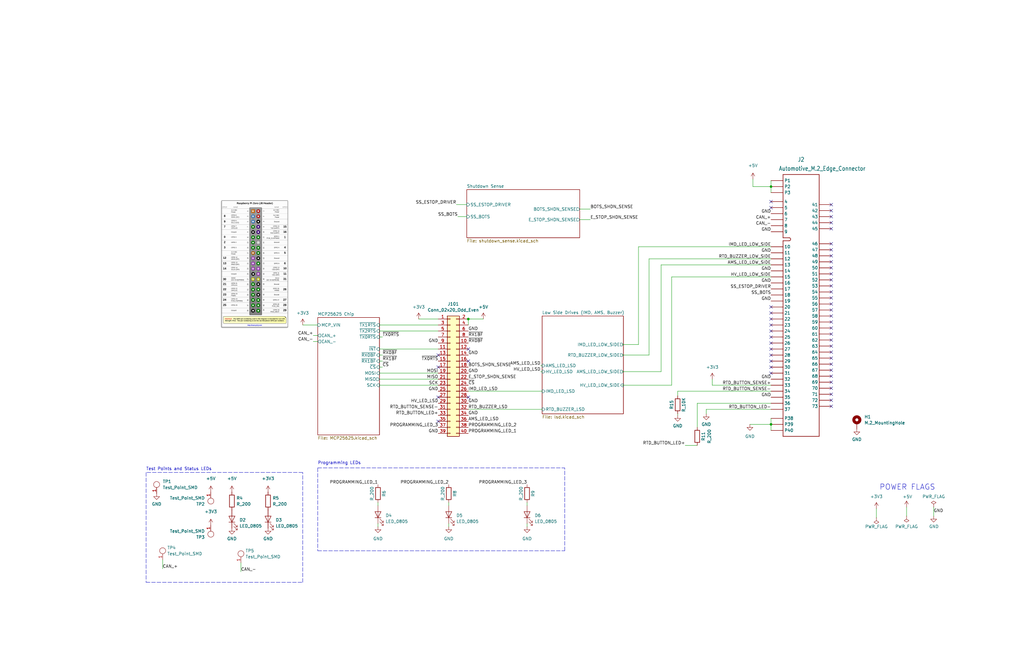
<source format=kicad_sch>
(kicad_sch (version 20211123) (generator eeschema)
  (paper "B")
  (title_block (title "OEM Pi Hat Dashboard Schematic") (date "2022-11-06") (rev "1") (company "Olin Electric Motorsports") (comment 1 "Amanda Chang"))
  (lib_symbols
    (symbol "Connector_Generic:Conn_02x20_Odd_Even" (pin_names (offset 1.016) hide)
      (property "Reference" "J" (at 1.27 25.4 0))
      (property "Value" "Conn_02x20_Odd_Even" (at 1.27 -27.94 0))
      (symbol "Conn_02x20_Odd_Even_1_1"
        (rectangle (start -1.27 -25.273) (end 0 -25.527) (stroke (width 0.1524)))
        (rectangle (start -1.27 -22.733) (end 0 -22.987) (stroke (width 0.1524)))
        (rectangle (start -1.27 -20.193) (end 0 -20.447) (stroke (width 0.1524)))
        (rectangle (start -1.27 -17.653) (end 0 -17.907) (stroke (width 0.1524)))
        (rectangle (start -1.27 -15.113) (end 0 -15.367) (stroke (width 0.1524)))
        (rectangle (start -1.27 -12.573) (end 0 -12.827) (stroke (width 0.1524)))
        (rectangle (start -1.27 -10.033) (end 0 -10.287) (stroke (width 0.1524)))
        (rectangle (start -1.27 -7.493) (end 0 -7.747) (stroke (width 0.1524)))
        (rectangle (start -1.27 -4.953) (end 0 -5.207) (stroke (width 0.1524)))
        (rectangle (start -1.27 -2.413) (end 0 -2.667) (stroke (width 0.1524)))
        (rectangle (start -1.27 0.127) (end 0 -0.127) (stroke (width 0.1524)))
        (rectangle (start -1.27 2.667) (end 0 2.413) (stroke (width 0.1524)))
        (rectangle (start -1.27 5.207) (end 0 4.953) (stroke (width 0.1524)))
        (rectangle (start -1.27 7.747) (end 0 7.493) (stroke (width 0.1524)))
        (rectangle (start -1.27 10.287) (end 0 10.033) (stroke (width 0.1524)))
        (rectangle (start -1.27 12.827) (end 0 12.573) (stroke (width 0.1524)))
        (rectangle (start -1.27 15.367) (end 0 15.113) (stroke (width 0.1524)))
        (rectangle (start -1.27 17.907) (end 0 17.653) (stroke (width 0.1524)))
        (rectangle (start -1.27 20.447) (end 0 20.193) (stroke (width 0.1524)))
        (rectangle (start -1.27 22.987) (end 0 22.733) (stroke (width 0.1524)))
        (rectangle (start -1.27 24.13) (end 3.81 -26.67) (stroke (width 0.254)) (fill (type background)))
        (rectangle (start 3.81 -25.273) (end 2.54 -25.527) (stroke (width 0.1524)))
        (rectangle (start 3.81 -22.733) (end 2.54 -22.987) (stroke (width 0.1524)))
        (rectangle (start 3.81 -20.193) (end 2.54 -20.447) (stroke (width 0.1524)))
        (rectangle (start 3.81 -17.653) (end 2.54 -17.907) (stroke (width 0.1524)))
        (rectangle (start 3.81 -15.113) (end 2.54 -15.367) (stroke (width 0.1524)))
        (rectangle (start 3.81 -12.573) (end 2.54 -12.827) (stroke (width 0.1524)))
        (rectangle (start 3.81 -10.033) (end 2.54 -10.287) (stroke (width 0.1524)))
        (rectangle (start 3.81 -7.493) (end 2.54 -7.747) (stroke (width 0.1524)))
        (rectangle (start 3.81 -4.953) (end 2.54 -5.207) (stroke (width 0.1524)))
        (rectangle (start 3.81 -2.413) (end 2.54 -2.667) (stroke (width 0.1524)))
        (rectangle (start 3.81 0.127) (end 2.54 -0.127) (stroke (width 0.1524)))
        (rectangle (start 3.81 2.667) (end 2.54 2.413) (stroke (width 0.1524)))
        (rectangle (start 3.81 5.207) (end 2.54 4.953) (stroke (width 0.1524)))
        (rectangle (start 3.81 7.747) (end 2.54 7.493) (stroke (width 0.1524)))
        (rectangle (start 3.81 10.287) (end 2.54 10.033) (stroke (width 0.1524)))
        (rectangle (start 3.81 12.827) (end 2.54 12.573) (stroke (width 0.1524)))
        (rectangle (start 3.81 15.367) (end 2.54 15.113) (stroke (width 0.1524)))
        (rectangle (start 3.81 17.907) (end 2.54 17.653) (stroke (width 0.1524)))
        (rectangle (start 3.81 20.447) (end 2.54 20.193) (stroke (width 0.1524)))
        (rectangle (start 3.81 22.987) (end 2.54 22.733) (stroke (width 0.1524)))
        (pin passive line (at -5.08 22.86 0) (length 3.81) (name "Pin_1") (number "1"))
        (pin passive line (at 7.62 12.7 180) (length 3.81) (name "Pin_10") (number "10"))
        (pin passive line (at -5.08 10.16 0) (length 3.81) (name "Pin_11") (number "11"))
        (pin passive line (at 7.62 10.16 180) (length 3.81) (name "Pin_12") (number "12"))
        (pin passive line (at -5.08 7.62 0) (length 3.81) (name "Pin_13") (number "13"))
        (pin passive line (at 7.62 7.62 180) (length 3.81) (name "Pin_14") (number "14"))
        (pin passive line (at -5.08 5.08 0) (length 3.81) (name "Pin_15") (number "15"))
        (pin passive line (at 7.62 5.08 180) (length 3.81) (name "Pin_16") (number "16"))
        (pin passive line (at -5.08 2.54 0) (length 3.81) (name "Pin_17") (number "17"))
        (pin passive line (at 7.62 2.54 180) (length 3.81) (name "Pin_18") (number "18"))
        (pin passive line (at -5.08 0 0) (length 3.81) (name "Pin_19") (number "19"))
        (pin passive line (at 7.62 22.86 180) (length 3.81) (name "Pin_2") (number "2"))
        (pin passive line (at 7.62 0 180) (length 3.81) (name "Pin_20") (number "20"))
        (pin passive line (at -5.08 -2.54 0) (length 3.81) (name "Pin_21") (number "21"))
        (pin passive line (at 7.62 -2.54 180) (length 3.81) (name "Pin_22") (number "22"))
        (pin passive line (at -5.08 -5.08 0) (length 3.81) (name "Pin_23") (number "23"))
        (pin passive line (at 7.62 -5.08 180) (length 3.81) (name "Pin_24") (number "24"))
        (pin passive line (at -5.08 -7.62 0) (length 3.81) (name "Pin_25") (number "25"))
        (pin passive line (at 7.62 -7.62 180) (length 3.81) (name "Pin_26") (number "26"))
        (pin passive line (at -5.08 -10.16 0) (length 3.81) (name "Pin_27") (number "27"))
        (pin passive line (at 7.62 -10.16 180) (length 3.81) (name "Pin_28") (number "28"))
        (pin passive line (at -5.08 -12.7 0) (length 3.81) (name "Pin_29") (number "29"))
        (pin passive line (at -5.08 20.32 0) (length 3.81) (name "Pin_3") (number "3"))
        (pin passive line (at 7.62 -12.7 180) (length 3.81) (name "Pin_30") (number "30"))
        (pin passive line (at -5.08 -15.24 0) (length 3.81) (name "Pin_31") (number "31"))
        (pin passive line (at 7.62 -15.24 180) (length 3.81) (name "Pin_32") (number "32"))
        (pin passive line (at -5.08 -17.78 0) (length 3.81) (name "Pin_33") (number "33"))
        (pin passive line (at 7.62 -17.78 180) (length 3.81) (name "Pin_34") (number "34"))
        (pin passive line (at -5.08 -20.32 0) (length 3.81) (name "Pin_35") (number "35"))
        (pin passive line (at 7.62 -20.32 180) (length 3.81) (name "Pin_36") (number "36"))
        (pin passive line (at -5.08 -22.86 0) (length 3.81) (name "Pin_37") (number "37"))
        (pin passive line (at 7.62 -22.86 180) (length 3.81) (name "Pin_38") (number "38"))
        (pin passive line (at -5.08 -25.4 0) (length 3.81) (name "Pin_39") (number "39"))
        (pin passive line (at 7.62 20.32 180) (length 3.81) (name "Pin_4") (number "4"))
        (pin passive line (at 7.62 -25.4 180) (length 3.81) (name "Pin_40") (number "40"))
        (pin passive line (at -5.08 17.78 0) (length 3.81) (name "Pin_5") (number "5"))
        (pin passive line (at 7.62 17.78 180) (length 3.81) (name "Pin_6") (number "6"))
        (pin passive line (at -5.08 15.24 0) (length 3.81) (name "Pin_7") (number "7"))
        (pin passive line (at 7.62 15.24 180) (length 3.81) (name "Pin_8") (number "8"))
        (pin passive line (at -5.08 12.7 0) (length 3.81) (name "Pin_9") (number "9"))
      )
    )
    (symbol "formula:Automotive_M.2_Edge_Connector"
      (property "Reference" "J?" (at 1.27 49.53 0))
      (property "Value" "Automotive_M.2_Edge_Connector" (at 7.62 45.72 0))
      (symbol "Automotive_M.2_Edge_Connector_0_1"
        (arc (start -5.0436 15.2415) (mid -4.4198 15.8765) (end -5.0436 16.5115) (stroke (width 0.25)))
        (polyline (pts (xy -7.62 15.24) (xy -5.08 15.24)) (stroke (width 0.25)))
        (polyline (pts (xy -7.62 16.51) (xy -5.08 16.51)) (stroke (width 0.25)))
        (polyline (pts (xy -7.62 43.18) (xy -7.62 16.51)) (stroke (width 0.25)))
        (polyline (pts (xy 7.62 -67.31) (xy -7.62 -67.31)) (stroke (width 0.25)))
      )
      (symbol "Automotive_M.2_Edge_Connector_1_0"
        (polyline (pts (xy -7.62 -67.31) (xy -7.62 15.24)) (stroke (width 0.254)))
        (polyline (pts (xy 7.62 43.18) (xy -7.62 43.18)) (stroke (width 0.254)))
        (polyline (pts (xy 7.62 43.18) (xy 7.62 -67.31)) (stroke (width 0.254)))
        (pin bidirectional line (at -12.7 12.7 0) (length 5.08) (name "10") (number "10"))
        (pin bidirectional line (at -12.7 10.16 0) (length 5.08) (name "11") (number "11"))
        (pin bidirectional line (at -12.7 7.62 0) (length 5.08) (name "12") (number "12"))
        (pin bidirectional line (at -12.7 5.08 0) (length 5.08) (name "13") (number "13"))
        (pin bidirectional line (at -12.7 2.54 0) (length 5.08) (name "14") (number "14"))
        (pin bidirectional line (at -12.7 0 0) (length 5.08) (name "15") (number "15"))
        (pin bidirectional line (at -12.7 -2.54 0) (length 5.08) (name "16") (number "16"))
        (pin bidirectional line (at -12.7 -5.08 0) (length 5.08) (name "17") (number "17"))
        (pin bidirectional line (at -12.7 -7.62 0) (length 5.08) (name "18") (number "18"))
        (pin bidirectional line (at -12.7 -10.16 0) (length 5.08) (name "19") (number "19"))
        (pin bidirectional line (at -12.7 -12.7 0) (length 5.08) (name "20") (number "20"))
        (pin bidirectional line (at -12.7 -15.24 0) (length 5.08) (name "21") (number "21"))
        (pin bidirectional line (at -12.7 -17.78 0) (length 5.08) (name "22") (number "22"))
        (pin bidirectional line (at -12.7 -20.32 0) (length 5.08) (name "23") (number "23"))
        (pin bidirectional line (at -12.7 -22.86 0) (length 5.08) (name "24") (number "24"))
        (pin bidirectional line (at -12.7 -25.4 0) (length 5.08) (name "25") (number "25"))
        (pin bidirectional line (at -12.7 -27.94 0) (length 5.08) (name "26") (number "26"))
        (pin bidirectional line (at -12.7 -30.48 0) (length 5.08) (name "27") (number "27"))
        (pin bidirectional line (at -12.7 -33.02 0) (length 5.08) (name "28") (number "28"))
        (pin bidirectional line (at -12.7 -35.56 0) (length 5.08) (name "29") (number "29"))
        (pin bidirectional line (at -12.7 -38.1 0) (length 5.08) (name "30") (number "30"))
        (pin bidirectional line (at -12.7 -40.64 0) (length 5.08) (name "31") (number "31"))
        (pin bidirectional line (at -12.7 -43.18 0) (length 5.08) (name "32") (number "32"))
        (pin bidirectional line (at -12.7 -45.72 0) (length 5.08) (name "33") (number "33"))
        (pin bidirectional line (at -12.7 -48.26 0) (length 5.08) (name "34") (number "34"))
        (pin bidirectional line (at -12.7 -50.8 0) (length 5.08) (name "35") (number "35"))
        (pin bidirectional line (at -12.7 -53.34 0) (length 5.08) (name "36") (number "36"))
        (pin bidirectional line (at -12.7 -55.88 0) (length 5.08) (name "37") (number "37"))
        (pin bidirectional line (at -12.7 31.75 0) (length 5.08) (name "4") (number "4"))
        (pin bidirectional line (at 12.7 30.48 180) (length 5.08) (name "41") (number "41"))
        (pin bidirectional line (at 12.7 27.94 180) (length 5.08) (name "42") (number "42"))
        (pin bidirectional line (at 12.7 25.4 180) (length 5.08) (name "43") (number "43"))
        (pin bidirectional line (at 12.7 22.86 180) (length 5.08) (name "44") (number "44"))
        (pin bidirectional line (at 12.7 20.32 180) (length 5.08) (name "45") (number "45"))
        (pin bidirectional line (at 12.7 13.97 180) (length 5.08) (name "46") (number "46"))
        (pin bidirectional line (at 12.7 11.43 180) (length 5.08) (name "47") (number "47"))
        (pin bidirectional line (at 12.7 8.89 180) (length 5.08) (name "48") (number "48"))
        (pin bidirectional line (at 12.7 6.35 180) (length 5.08) (name "49") (number "49"))
        (pin bidirectional line (at -12.7 29.21 0) (length 5.08) (name "5") (number "5"))
        (pin bidirectional line (at 12.7 3.81 180) (length 5.08) (name "50") (number "50"))
        (pin bidirectional line (at 12.7 1.27 180) (length 5.08) (name "51") (number "51"))
        (pin bidirectional line (at 12.7 -1.27 180) (length 5.08) (name "52") (number "52"))
        (pin bidirectional line (at 12.7 -3.81 180) (length 5.08) (name "53") (number "53"))
        (pin bidirectional line (at 12.7 -6.35 180) (length 5.08) (name "54") (number "54"))
        (pin bidirectional line (at 12.7 -8.89 180) (length 5.08) (name "55") (number "55"))
        (pin bidirectional line (at 12.7 -11.43 180) (length 5.08) (name "56") (number "56"))
        (pin bidirectional line (at 12.7 -13.97 180) (length 5.08) (name "57") (number "57"))
        (pin bidirectional line (at 12.7 -16.51 180) (length 5.08) (name "58") (number "58"))
        (pin bidirectional line (at 12.7 -19.05 180) (length 5.08) (name "59") (number "59"))
        (pin bidirectional line (at -12.7 26.67 0) (length 5.08) (name "6") (number "6"))
        (pin bidirectional line (at 12.7 -21.59 180) (length 5.08) (name "60") (number "60"))
        (pin bidirectional line (at 12.7 -24.13 180) (length 5.08) (name "61") (number "61"))
        (pin bidirectional line (at 12.7 -26.67 180) (length 5.08) (name "62") (number "62"))
        (pin bidirectional line (at 12.7 -29.21 180) (length 5.08) (name "63") (number "63"))
        (pin bidirectional line (at 12.7 -31.75 180) (length 5.08) (name "64") (number "64"))
        (pin bidirectional line (at 12.7 -34.29 180) (length 5.08) (name "65") (number "65"))
        (pin bidirectional line (at 12.7 -36.83 180) (length 5.08) (name "66") (number "66"))
        (pin bidirectional line (at 12.7 -39.37 180) (length 5.08) (name "67") (number "67"))
        (pin bidirectional line (at 12.7 -41.91 180) (length 5.08) (name "68") (number "68"))
        (pin bidirectional line (at 12.7 -44.45 180) (length 5.08) (name "69") (number "69"))
        (pin bidirectional line (at -12.7 24.13 0) (length 5.08) (name "7") (number "7"))
        (pin bidirectional line (at 12.7 -46.99 180) (length 5.08) (name "70") (number "70"))
        (pin bidirectional line (at 12.7 -49.53 180) (length 5.08) (name "71") (number "71"))
        (pin bidirectional line (at 12.7 -52.07 180) (length 5.08) (name "72") (number "72"))
        (pin bidirectional line (at 12.7 -54.61 180) (length 5.08) (name "73") (number "73"))
        (pin bidirectional line (at -12.7 21.59 0) (length 5.08) (name "8") (number "8"))
        (pin bidirectional line (at -12.7 19.05 0) (length 5.08) (name "9") (number "9"))
        (pin bidirectional line (at -12.7 40.64 0) (length 5.08) (name "P1") (number "P1"))
        (pin bidirectional line (at -12.7 38.1 0) (length 5.08) (name "P2") (number "P2"))
        (pin bidirectional line (at -12.7 35.56 0) (length 5.08) (name "P3") (number "P3"))
        (pin bidirectional line (at -12.7 -59.69 0) (length 5.08) (name "P38") (number "P38"))
        (pin bidirectional line (at -12.7 -62.23 0) (length 5.08) (name "P39") (number "P39"))
        (pin bidirectional line (at -12.7 -64.77 0) (length 5.08) (name "P40") (number "P40"))
      )
    )
    (symbol "formula:LED_0805" (pin_numbers hide) (pin_names (offset 1.016) hide)
      (property "Reference" "D" (at 0 -2.54 0))
      (property "Value" "LED_0805" (at 0 2.54 0))
      (symbol "LED_0805_0_1"
        (polyline (pts (xy -1.27 -1.27) (xy -1.27 1.27)) (stroke (width 0.2032)))
        (polyline (pts (xy -1.27 0) (xy 1.27 0)))
        (polyline (pts (xy 1.27 -1.27) (xy 1.27 1.27) (xy -1.27 0) (xy 1.27 -1.27)) (stroke (width 0.2032)))
        (polyline (pts (xy -3.048 -0.762) (xy -4.572 -2.286) (xy -3.81 -2.286) (xy -4.572 -2.286) (xy -4.572 -1.524)))
        (polyline (pts (xy -1.778 -0.762) (xy -3.302 -2.286) (xy -2.54 -2.286) (xy -3.302 -2.286) (xy -3.302 -1.524)))
      )
      (symbol "LED_0805_1_1"
        (pin passive line (at -3.81 0 0) (length 2.54) (name "K") (number "1"))
        (pin passive line (at 3.81 0 180) (length 2.54) (name "A") (number "2"))
      )
    )
    (symbol "formula:M.2_MountingHole" (pin_numbers hide) (pin_names (offset 1.016) hide)
      (property "Reference" "H" (at 0 6.35 0))
      (property "Value" "M.2_MountingHole" (at 0 4.445 0))
      (symbol "M.2_MountingHole_0_1"
        (circle (center 0 1.27) (radius 1.27) (stroke (width 1.27)))
      )
      (symbol "M.2_MountingHole_1_1"
        (pin input line (at 0 -2.54 90) (length 2.54) (name "1") (number "1"))
      )
    )
    (symbol "formula:R_10K" (pin_numbers hide) (pin_names (offset 0))
      (property "Reference" "R" (at 2.032 0 90))
      (property "Value" "R_10K" (at -2.54 0 90))
      (symbol "R_10K_0_1"
        (rectangle (start -1.016 -2.54) (end 1.016 2.54) (stroke (width 0.254)))
      )
      (symbol "R_10K_1_1"
        (pin passive line (at 0 3.81 270) (length 1.27) (name "~") (number "1"))
        (pin passive line (at 0 -3.81 90) (length 1.27) (name "~") (number "2"))
      )
    )
    (symbol "formula:R_200" (pin_numbers hide) (pin_names (offset 0))
      (property "Reference" "R" (at 2.032 0 90))
      (property "Value" "R_200" (at -2.54 0 90))
      (symbol "R_200_0_1"
        (rectangle (start -1.016 -2.54) (end 1.016 2.54) (stroke (width 0.254)))
      )
      (symbol "R_200_1_1"
        (pin passive line (at 0 3.81 270) (length 1.27) (name "~") (number "1"))
        (pin passive line (at 0 -3.81 90) (length 1.27) (name "~") (number "2"))
      )
    )
    (symbol "formula:Test_Point_SMD" (pin_names (offset 1.016))
      (property "Reference" "TP" (at 0 7.62 0))
      (property "Value" "Test_Point_SMD" (at 1.27 5.08 0))
      (symbol "Test_Point_SMD_1_1"
        (circle (center 0 2.54) (radius 1.27))
        (pin input line (at 0 -1.27 90) (length 2.54) (name "~") (number "1"))
      )
    )
    (symbol "power:+3V3" (power) (pin_names (offset 0))
      (property "Value" "+3V3" (at 0 3.556 0))
      (symbol "+3V3_0_1"
        (polyline (pts (xy -0.762 1.27) (xy 0 2.54)))
        (polyline (pts (xy 0 0) (xy 0 2.54)))
        (polyline (pts (xy 0 2.54) (xy 0.762 1.27)))
      )
      (symbol "+3V3_1_1"
        (pin power_in line (at 0 0 90) (length 0) hide (name "+3V3") (number "1"))
      )
    )
    (symbol "power:+5V" (power) (pin_names (offset 0))
      (property "Value" "+5V" (at 0 3.556 0))
      (symbol "+5V_0_1"
        (polyline (pts (xy -0.762 1.27) (xy 0 2.54)))
        (polyline (pts (xy 0 0) (xy 0 2.54)))
        (polyline (pts (xy 0 2.54) (xy 0.762 1.27)))
      )
      (symbol "+5V_1_1"
        (pin power_in line (at 0 0 90) (length 0) hide (name "+5V") (number "1"))
      )
    )
    (symbol "power:GND" (power) (pin_names (offset 0))
      (property "Value" "GND" (at 0 -3.81 0))
      (symbol "GND_0_1"
        (polyline (pts (xy 0 0) (xy 0 -1.27) (xy 1.27 -1.27) (xy 0 -2.54) (xy -1.27 -1.27) (xy 0 -1.27)))
      )
      (symbol "GND_1_1"
        (pin power_in line (at 0 0 270) (length 0) hide (name "GND") (number "1"))
      )
    )
    (symbol "power:PWR_FLAG" (power) (pin_numbers hide) (pin_names (offset 0) hide)
      (property "Value" "PWR_FLAG" (at 0 3.81 0))
      (symbol "PWR_FLAG_0_0"
        (pin power_out line (at 0 0 90) (length 0) (name "pwr") (number "1"))
      )
      (symbol "PWR_FLAG_0_1"
        (polyline (pts (xy 0 0) (xy 0 1.27) (xy -1.016 1.905) (xy 0 2.54) (xy 1.016 1.905) (xy 0 1.27)))
      )
    )
  )
  (junction (at 197.485 134.62))
  (junction (at 325.12 78.74))
  (junction (at 325.12 179.07))
  (no_connect (at 350.52 148.59))
  (no_connect (at 350.52 113.03))
  (no_connect (at 325.12 149.86))
  (no_connect (at 350.52 130.81))
  (no_connect (at 184.785 167.64))
  (no_connect (at 350.52 102.87))
  (no_connect (at 350.52 163.83))
  (no_connect (at 197.485 152.4))
  (no_connect (at 350.52 135.89))
  (no_connect (at 350.52 118.11))
  (no_connect (at 325.12 139.7))
  (no_connect (at 350.52 143.51))
  (no_connect (at 350.52 110.49))
  (no_connect (at 350.52 105.41))
  (no_connect (at 325.12 147.32))
  (no_connect (at 350.52 140.97))
  (no_connect (at 325.12 157.48))
  (no_connect (at 350.52 158.75))
  (no_connect (at 325.12 132.08))
  (no_connect (at 350.52 151.13))
  (no_connect (at 350.52 146.05))
  (no_connect (at 184.785 154.94))
  (no_connect (at 350.52 115.57))
  (no_connect (at 325.12 137.16))
  (no_connect (at 350.52 125.73))
  (no_connect (at 350.52 171.45))
  (no_connect (at 197.485 147.32))
  (no_connect (at 350.52 91.44))
  (no_connect (at 350.52 153.67))
  (no_connect (at 325.12 134.62))
  (no_connect (at 325.12 142.24))
  (no_connect (at 350.52 138.43))
  (no_connect (at 325.12 154.94))
  (no_connect (at 350.52 161.29))
  (no_connect (at 350.52 128.27))
  (no_connect (at 197.485 167.64))
  (no_connect (at 350.52 96.52))
  (no_connect (at 350.52 166.37))
  (no_connect (at 350.52 93.98))
  (no_connect (at 325.12 152.4))
  (no_connect (at 350.52 156.21))
  (no_connect (at 350.52 86.36))
  (no_connect (at 184.785 177.8))
  (no_connect (at 325.12 144.78))
  (no_connect (at 350.52 120.65))
  (no_connect (at 350.52 107.95))
  (no_connect (at 325.12 87.63))
  (no_connect (at 325.12 85.09))
  (no_connect (at 184.785 149.86))
  (no_connect (at 350.52 88.9))
  (no_connect (at 325.12 129.54))
  (no_connect (at 350.52 168.91))
  (no_connect (at 350.52 133.35))
  (no_connect (at 350.52 123.19))
  (wire (pts (xy 203.835 134.62) (xy 197.485 134.62)))
  (wire (pts (xy 269.24 104.14) (xy 269.24 145.415)))
  (wire (pts (xy 160.02 154.94) (xy 161.29 154.94)))
  (wire (pts (xy 294.005 170.18) (xy 294.005 180.34)))
  (wire (pts (xy 192.405 86.36) (xy 196.85 86.36)))
  (wire (pts (xy 160.02 142.24) (xy 161.29 142.24)))
  (wire (pts (xy 325.12 179.07) (xy 325.12 181.61)))
  (wire (pts (xy 262.255 162.56) (xy 283.21 162.56)))
  (wire (pts (xy 244.475 92.71) (xy 248.92 92.71)))
  (wire (pts (xy 278.765 111.76) (xy 325.12 111.76)))
  (wire (pts (xy 68.58 236.22) (xy 68.58 240.03)))
  (wire (pts (xy 283.21 116.84) (xy 283.21 162.56)))
  (wire (pts (xy 197.485 172.72) (xy 228.6 172.72)))
  (wire (pts (xy 273.685 109.22) (xy 325.12 109.22)))
  (wire (pts (xy 222.25 212.09) (xy 222.25 213.36)))
  (wire (pts (xy 300.355 162.56) (xy 300.355 160.02)))
  (wire (pts (xy 269.24 104.14) (xy 325.12 104.14)))
  (wire (pts (xy 127.635 137.16) (xy 133.985 137.16)))
  (polyline (pts (xy 127.635 245.745) (xy 127.635 199.39)))
  (wire (pts (xy 189.23 212.09) (xy 189.23 213.36)))
  (wire (pts (xy 382.27 217.805) (xy 382.27 213.995)))
  (wire (pts (xy 132.08 144.145) (xy 133.985 144.145)))
  (wire (pts (xy 222.25 220.98) (xy 222.25 222.25)))
  (wire (pts (xy 160.02 157.48) (xy 184.785 157.48)))
  (wire (pts (xy 244.475 88.265) (xy 248.92 88.265)))
  (wire (pts (xy 160.02 139.7) (xy 184.785 139.7)))
  (wire (pts (xy 393.7 213.995) (xy 393.7 217.805)))
  (polyline (pts (xy 238.125 232.41) (xy 238.125 197.485)))
  (wire (pts (xy 189.23 220.98) (xy 189.23 222.25)))
  (wire (pts (xy 297.815 172.72) (xy 325.12 172.72)))
  (wire (pts (xy 101.6 237.49) (xy 101.6 241.3)))
  (wire (pts (xy 285.75 165.1) (xy 325.12 165.1)))
  (wire (pts (xy 160.02 149.86) (xy 161.29 149.86)))
  (wire (pts (xy 273.685 149.86) (xy 262.255 149.86)))
  (wire (pts (xy 159.385 212.09) (xy 159.385 213.36)))
  (wire (pts (xy 288.925 187.96) (xy 294.005 187.96)))
  (wire (pts (xy 197.485 165.1) (xy 228.6 165.1)))
  (wire (pts (xy 325.12 76.2) (xy 325.12 78.74)))
  (wire (pts (xy 325.12 176.53) (xy 325.12 179.07)))
  (wire (pts (xy 285.75 174.625) (xy 285.75 175.26)))
  (wire (pts (xy 160.02 160.02) (xy 184.785 160.02)))
  (wire (pts (xy 325.12 78.74) (xy 325.12 81.28)))
  (wire (pts (xy 227.965 156.845) (xy 228.6 156.845)))
  (wire (pts (xy 278.765 111.76) (xy 278.765 156.845)))
  (polyline (pts (xy 133.985 197.485) (xy 133.985 232.41)))
  (wire (pts (xy 160.02 147.32) (xy 184.785 147.32)))
  (polyline (pts (xy 61.595 245.745) (xy 127.635 245.745)))
  (wire (pts (xy 160.02 152.4) (xy 161.29 152.4)))
  (wire (pts (xy 283.21 116.84) (xy 325.12 116.84)))
  (wire (pts (xy 273.685 109.22) (xy 273.685 149.86)))
  (wire (pts (xy 132.08 141.605) (xy 133.985 141.605)))
  (wire (pts (xy 160.02 162.56) (xy 184.785 162.56)))
  (wire (pts (xy 325.12 162.56) (xy 300.355 162.56)))
  (wire (pts (xy 297.815 172.72) (xy 297.815 174.625)))
  (wire (pts (xy 285.75 165.1) (xy 285.75 167.005)))
  (wire (pts (xy 159.385 220.98) (xy 159.385 222.25)))
  (wire (pts (xy 193.04 91.44) (xy 196.85 91.44)))
  (wire (pts (xy 262.255 156.845) (xy 278.765 156.845)))
  (wire (pts (xy 316.23 179.07) (xy 325.12 179.07)))
  (wire (pts (xy 227.965 154.305) (xy 228.6 154.305)))
  (wire (pts (xy 197.485 134.62) (xy 197.485 137.16)))
  (wire (pts (xy 317.5 75.565) (xy 317.5 78.74)))
  (polyline (pts (xy 127.635 199.39) (xy 61.595 199.39)))
  (polyline (pts (xy 133.985 232.41) (xy 238.125 232.41)))
  (wire (pts (xy 176.53 134.62) (xy 184.785 134.62)))
  (wire (pts (xy 269.24 145.415) (xy 262.255 145.415)))
  (wire (pts (xy 325.12 78.74) (xy 317.5 78.74)))
  (wire (pts (xy 369.57 214.63) (xy 369.57 218.44)))
  (wire (pts (xy 160.02 137.16) (xy 184.785 137.16)))
  (wire (pts (xy 294.005 170.18) (xy 325.12 170.18)))
  (polyline (pts (xy 61.595 199.39) (xy 61.595 245.745)))
  (polyline (pts (xy 133.985 197.485) (xy 238.125 197.485)))
  (image (at 107.4224 111.3699) (scale 0.231961))
  (text "Programming LEDs" (at 133.985 196.215 0) (effects (font (size 1.27 1.27)) (justify left bottom)))
  (text "POWER FLAGS\n" (at 370.84 207.01 0) (effects (font (size 2.2606 2.2606)) (justify left bottom)))
  (text "Test Points and Status LEDs\n" (at 61.595 198.755 0) (effects (font (size 1.27 1.27)) (justify left bottom)))
  (label "MOSI" (at 184.785 157.48 180))
  (label "~{CS}" (at 197.485 162.56 0))
  (label "RTD_BUTTON_SENSE-" (at 325.12 165.1 180))
  (label "RTD_BUZZER_LOW_SIDE" (at 325.12 109.22 180))
  (label "AMS_LED_LOW_SIDE" (at 325.12 111.76 180))
  (label "PROGRAMMING_LED_3" (at 222.25 204.47 180))
  (label "~{RX0BF}" (at 161.29 149.86 0))
  (label "GND" (at 325.12 106.68 180))
  (label "PROGRAMMING_LED_3" (at 184.785 180.34 180))
  (label "~{TX0RTS}" (at 161.29 142.24 0))
  (label "HV_LED_LSD" (at 227.965 156.845 180))
  (label "E_STOP_SHDN_SENSE" (at 197.485 160.02 0))
  (label "AMS_LED_LSD" (at 197.485 177.8 0))
  (label "GND" (at 325.12 97.79 180))
  (label "BOTS_SHDN_SENSE" (at 197.485 154.94 0))
  (label "RTD_BUTTON_LED+" (at 184.785 175.26 180))
  (label "SS_ESTOP_DRIVER" (at 325.12 121.92 180))
  (label "PROGRAMMING_LED_1" (at 159.385 204.47 180))
  (label "GND" (at 325.12 119.38 180))
  (label "~{TX0RTS}" (at 184.785 152.4 180))
  (label "GND" (at 184.785 144.78 180))
  (label "GND" (at 197.485 139.7 0))
  (label "GND" (at 325.12 127 180))
  (label "RTD_BUTTON_SENSE-" (at 184.785 172.72 180))
  (label "HV_LED_LOW_SIDE" (at 325.12 116.84 180))
  (label "~{CS}" (at 161.29 154.94 0))
  (label "GND" (at 325.12 114.3 180))
  (label "AMS_LED_LSD" (at 227.965 154.305 180))
  (label "~{RX1BF}" (at 161.29 152.4 0))
  (label "RTD_BUTTON_LED+" (at 288.925 187.96 180))
  (label "CAN_-" (at 325.12 95.25 180))
  (label "MISO" (at 184.785 160.02 180))
  (label "GND" (at 197.485 157.48 0))
  (label "CAN_+" (at 132.08 141.605 180))
  (label "IMD_LED_LSD" (at 197.485 165.1 0))
  (label "GND" (at 197.485 170.18 0))
  (label "SS_BOTS" (at 193.04 91.44 180))
  (label "GND" (at 325.12 160.02 180))
  (label "SS_ESTOP_DRIVER" (at 192.405 86.36 180))
  (label "PROGRAMMING_LED_1" (at 197.485 182.88 0))
  (label "CAN_+" (at 325.12 92.71 180))
  (label "SCK" (at 184.785 162.56 180))
  (label "GND" (at 197.485 149.86 0))
  (label "SS_BOTS" (at 325.12 124.46 180))
  (label "CAN_-" (at 101.6 241.3 0))
  (label "BOTS_SHDN_SENSE" (at 248.92 88.265 0))
  (label "E_STOP_SHDN_SENSE" (at 248.92 92.71 0))
  (label "PROGRAMMING_LED_2" (at 189.23 204.47 180))
  (label "GND" (at 197.485 175.26 0))
  (label "IMD_LED_LOW_SIDE" (at 325.12 104.14 180))
  (label "~{RX1BF}" (at 197.485 142.24 0))
  (label "RTD_BUTTON_SENSE+" (at 325.12 162.56 180))
  (label "PROGRAMMING_LED_2" (at 197.485 180.34 0))
  (label "RTD_BUZZER_LSD" (at 197.485 172.72 0))
  (label "GND" (at 184.785 182.88 180))
  (label "GND" (at 393.7 216.535 0))
  (label "CAN_+" (at 68.58 240.03 0))
  (label "RTD_BUTTON_LED-" (at 325.12 172.72 180))
  (label "GND" (at 184.785 165.1 180))
  (label "CAN_-" (at 132.08 144.145 180))
  (label "GND" (at 325.12 167.64 180))
  (label "HV_LED_LSD" (at 184.785 170.18 180))
  (label "~{RX0BF}" (at 197.485 144.78 0))
  (label "GND" (at 325.12 90.17 180))
  (symbol (lib_id "power:GND") (at 393.7 217.805 0) (unit 1)
    (property "Reference" "#PWR?" (effects hide))
    (property "Value" "GND" (at 393.827 222.1992 0))
  )
  (symbol (lib_id "power:PWR_FLAG") (at 382.27 217.805 180) (unit 1)
    (property "Reference" "#FLG?" (effects hide))
    (property "Value" "PWR_FLAG" (at 382.27 222.2246 0))
  )
  (symbol (lib_id "power:PWR_FLAG") (at 393.7 213.995 0) (unit 1)
    (property "Reference" "#FLG?" (effects hide))
    (property "Value" "PWR_FLAG" (at 393.7 209.5754 0))
  )
  (symbol (lib_id "power:+5V") (at 382.27 213.995 0) (unit 1)
    (property "Reference" "#PWR?" (effects hide))
    (property "Value" "+5V" (at 382.651 209.6008 0))
  )
  (symbol (lib_id "power:+3V3") (at 113.03 207.645 0) (unit 1)
    (property "Reference" "#PWR?" (effects hide))
    (property "Value" "+3V3" (at 113.03 201.93 0))
  )
  (symbol (lib_id "power:+3V3") (at 88.9 221.615 0) (unit 1)
    (property "Reference" "#PWR?" (effects hide))
    (property "Value" "+3V3" (at 88.9 215.9 0))
  )
  (symbol (lib_id "power:+3V3") (at 127.635 137.16 0) (unit 1)
    (property "Reference" "#PWR?" (effects hide))
    (property "Value" "+3V3" (at 127.635 132.08 0))
  )
  (symbol (lib_id "formula:LED_0805") (at 222.25 217.17 90) (unit 1)
    (property "Reference" "D6" (at 225.425 217.5001 90) (effects (justify right)))
    (property "Value" "LED_0805" (at 225.425 220.0401 90) (effects (justify right)))
    (property "Footprint" "footprints:LED_0805_OEM" (effects hide))
    (property "Datasheet" "http://www.osram-os.com/Graphics/XPic9/00078860_0.pdf" (effects hide))
    (property "MFN" "DK" (effects hide))
    (property "MPN" "475-1410-1-ND" (effects hide))
    (property "PurchasingLink" "https://www.digikey.com/products/en?keywords=475-1410-1-ND" (effects hide))
  )
  (symbol (lib_id "power:GND") (at 361.315 180.975 0) (unit 1)
    (property "Reference" "#PWR?" (effects hide))
    (property "Value" "GND" (at 361.315 185.42 0))
  )
  (symbol (lib_id "power:GND") (at 97.79 222.885 0) (unit 1)
    (property "Reference" "#PWR?" (effects hide))
    (property "Value" "GND" (at 97.79 227.33 0))
  )
  (symbol (lib_id "formula:LED_0805") (at 189.23 217.17 90) (unit 1)
    (property "Reference" "D5" (at 192.405 217.5001 90) (effects (justify right)))
    (property "Value" "LED_0805" (at 192.405 220.0401 90) (effects (justify right)))
    (property "Footprint" "footprints:LED_0805_OEM" (effects hide))
    (property "Datasheet" "http://www.osram-os.com/Graphics/XPic9/00078860_0.pdf" (effects hide))
    (property "MFN" "DK" (effects hide))
    (property "MPN" "475-1410-1-ND" (effects hide))
    (property "PurchasingLink" "https://www.digikey.com/products/en?keywords=475-1410-1-ND" (effects hide))
  )
  (symbol (lib_id "power:+3V3") (at 300.355 160.02 0) (unit 1)
    (property "Reference" "#PWR?" (effects hide))
    (property "Value" "+3V3" (at 300.355 154.94 0))
  )
  (symbol (lib_id "power:+5V") (at 317.5 75.565 0) (unit 1)
    (property "Reference" "#PWR?" (effects hide))
    (property "Value" "+5V" (at 317.5 69.85 0))
  )
  (symbol (lib_id "power:GND") (at 316.23 179.07 0) (unit 1)
    (property "Reference" "#PWR?" (effects hide))
    (property "Value" "GND" (at 316.23 184.15 0))
  )
  (symbol (lib_id "power:+5V") (at 203.835 134.62 0) (unit 1)
    (property "Reference" "#PWR?" (effects hide))
    (property "Value" "+5V" (at 203.835 129.54 0))
  )
  (symbol (lib_id "power:GND") (at 297.815 174.625 0) (unit 1)
    (property "Reference" "#PWR?" (effects hide))
    (property "Value" "GND" (at 297.815 179.07 0))
  )
  (symbol (lib_id "formula:Automotive_M.2_Edge_Connector") (at 337.82 116.84 0) (unit 1)
    (property "Reference" "J2" (at 337.82 67.31 0) (effects (font (size 1.778 1.5113))))
    (property "Value" "Automotive_M.2_Edge_Connector" (at 346.71 71.12 0) (effects (font (size 1.778 1.5113))))
    (property "Footprint" "footprints:Automotive_M.2_Edge_Connector" (effects hide))
  )
  (symbol (lib_id "power:GND") (at 222.25 222.25 0) (unit 1)
    (property "Reference" "#PWR?" (effects hide))
    (property "Value" "GND" (at 222.25 227.33 0))
  )
  (symbol (lib_id "formula:Test_Point_SMD") (at 68.58 234.95 0) (unit 1)
    (property "Reference" "TP4" (at 70.485 231.1399 0) (effects (justify left)))
    (property "Value" "Test_Point_SMD" (at 70.485 233.6799 0) (effects (justify left)))
    (property "Footprint" "footprints:Test_Point_SMD" (effects hide))
  )
  (symbol (lib_id "formula:LED_0805") (at 159.385 217.17 90) (unit 1)
    (property "Reference" "D4" (at 162.56 217.5001 90) (effects (justify right)))
    (property "Value" "LED_0805" (at 162.56 220.0401 90) (effects (justify right)))
    (property "Footprint" "footprints:LED_0805_OEM" (effects hide))
    (property "Datasheet" "http://www.osram-os.com/Graphics/XPic9/00078860_0.pdf" (effects hide))
    (property "MFN" "DK" (effects hide))
    (property "MPN" "475-1410-1-ND" (effects hide))
    (property "PurchasingLink" "https://www.digikey.com/products/en?keywords=475-1410-1-ND" (effects hide))
  )
  (symbol (lib_id "formula:LED_0805") (at 97.79 219.075 90) (unit 1)
    (property "Reference" "D2" (at 100.965 219.4051 90) (effects (justify right)))
    (property "Value" "LED_0805" (at 100.965 221.9451 90) (effects (justify right)))
    (property "Footprint" "footprints:LED_0805_OEM" (effects hide))
    (property "Datasheet" "http://www.osram-os.com/Graphics/XPic9/00078860_0.pdf" (effects hide))
    (property "MFN" "DK" (effects hide))
    (property "MPN" "475-1410-1-ND" (effects hide))
    (property "PurchasingLink" "https://www.digikey.com/products/en?keywords=475-1410-1-ND" (effects hide))
  )
  (symbol (lib_id "formula:M.2_MountingHole") (at 361.315 178.435 0) (unit 1)
    (property "Reference" "H1" (at 364.49 175.8949 0) (effects (justify left)))
    (property "Value" "M.2_MountingHole" (at 364.49 178.4349 0) (effects (justify left)))
    (property "Footprint" "OEM:M.2_Mount" (effects hide))
  )
  (symbol (lib_id "power:GND") (at 189.23 222.25 0) (unit 1)
    (property "Reference" "#PWR?" (effects hide))
    (property "Value" "GND" (at 189.23 227.33 0))
  )
  (symbol (lib_id "Connector_Generic:Conn_02x20_Odd_Even") (at 189.865 157.48 0) (unit 1)
    (property "Reference" "J101" (at 191.135 128.27 0))
    (property "Value" "Conn_02x20_Odd_Even" (at 191.135 130.81 0))
    (property "Footprint" "footprints:SULLINS_SFH11-PBPC-D20-ST-BK" (effects hide))
    (property "MPN" "SFH11-PBPC-D20-ST-BK" (effects hide))
  )
  (symbol (lib_id "formula:LED_0805") (at 113.03 219.075 90) (unit 1)
    (property "Reference" "D3" (at 116.205 219.4051 90) (effects (justify right)))
    (property "Value" "LED_0805" (at 116.205 221.9451 90) (effects (justify right)))
    (property "Footprint" "footprints:LED_0805_OEM" (effects hide))
    (property "Datasheet" "http://www.osram-os.com/Graphics/XPic9/00078860_0.pdf" (effects hide))
    (property "MFN" "DK" (effects hide))
    (property "MPN" "475-1410-1-ND" (effects hide))
    (property "PurchasingLink" "https://www.digikey.com/products/en?keywords=475-1410-1-ND" (effects hide))
  )
  (symbol (lib_id "power:GND") (at 113.03 222.885 0) (unit 1)
    (property "Reference" "#PWR?" (effects hide))
    (property "Value" "GND" (at 113.03 227.33 0))
  )
  (symbol (lib_id "formula:R_200") (at 189.23 208.28 0) (unit 1)
    (property "Reference" "R8" (at 191.77 208.28 90))
    (property "Value" "R_200" (at 186.69 208.28 90))
    (property "Footprint" "Resistor_SMD:R_0603_1608Metric_Pad0.98x0.95mm_HandSolder" (effects hide))
    (property "Datasheet" "https://www.seielect.com/Catalog/SEI-RMCF_RMCP.pdf" (effects hide))
    (property "MFN" "DK" (effects hide))
    (property "MPN" "RMCF0805JT200RCT-ND" (effects hide))
    (property "PurchasingLink" "https://www.digikey.com/products/en?keywords=RMCF0805JT200RCT-ND" (effects hide))
  )
  (symbol (lib_id "formula:R_200") (at 113.03 211.455 0) (unit 1)
    (property "Reference" "R5" (at 114.935 210.1849 0) (effects (justify left)))
    (property "Value" "R_200" (at 114.935 212.7249 0) (effects (justify left)))
    (property "Footprint" "Resistor_SMD:R_0603_1608Metric_Pad0.98x0.95mm_HandSolder" (effects hide))
    (property "Datasheet" "https://www.seielect.com/Catalog/SEI-RMCF_RMCP.pdf" (effects hide))
    (property "MFN" "DK" (effects hide))
    (property "MPN" "RMCF0805JT200RCT-ND" (effects hide))
    (property "PurchasingLink" "https://www.digikey.com/products/en?keywords=RMCF0805JT200RCT-ND" (effects hide))
  )
  (symbol (lib_id "formula:R_200") (at 159.385 208.28 0) (unit 1)
    (property "Reference" "R6" (at 161.925 208.28 90))
    (property "Value" "R_200" (at 156.845 208.28 90))
    (property "Footprint" "Resistor_SMD:R_0603_1608Metric_Pad0.98x0.95mm_HandSolder" (effects hide))
    (property "Datasheet" "https://www.seielect.com/Catalog/SEI-RMCF_RMCP.pdf" (effects hide))
    (property "MFN" "DK" (effects hide))
    (property "MPN" "RMCF0805JT200RCT-ND" (effects hide))
    (property "PurchasingLink" "https://www.digikey.com/products/en?keywords=RMCF0805JT200RCT-ND" (effects hide))
  )
  (symbol (lib_id "formula:R_200") (at 222.25 208.28 0) (unit 1)
    (property "Reference" "R9" (at 224.79 208.28 90))
    (property "Value" "R_200" (at 219.71 208.28 90))
    (property "Footprint" "Resistor_SMD:R_0603_1608Metric_Pad0.98x0.95mm_HandSolder" (effects hide))
    (property "Datasheet" "https://www.seielect.com/Catalog/SEI-RMCF_RMCP.pdf" (effects hide))
    (property "MFN" "DK" (effects hide))
    (property "MPN" "RMCF0805JT200RCT-ND" (effects hide))
    (property "PurchasingLink" "https://www.digikey.com/products/en?keywords=RMCF0805JT200RCT-ND" (effects hide))
  )
  (symbol (lib_id "power:+5V") (at 88.9 207.645 0) (unit 1)
    (property "Reference" "#PWR?" (effects hide))
    (property "Value" "+5V" (at 88.9 201.93 0))
  )
  (symbol (lib_id "formula:Test_Point_SMD") (at 66.04 207.01 0) (unit 1)
    (property "Reference" "TP1" (at 68.58 203.1999 0) (effects (justify left)))
    (property "Value" "Test_Point_SMD" (at 68.58 205.7399 0) (effects (justify left)))
    (property "Footprint" "footprints:Test_Point_SMD" (effects hide))
  )
  (symbol (lib_id "power:GND") (at 66.04 208.28 0) (unit 1)
    (property "Reference" "#PWR?" (effects hide))
    (property "Value" "GND" (at 66.04 212.725 0))
  )
  (symbol (lib_id "power:+3V3") (at 369.57 214.63 0) (unit 1)
    (property "Reference" "#PWR?" (effects hide))
    (property "Value" "+3V3" (at 369.57 209.55 0))
  )
  (symbol (lib_id "formula:R_200") (at 97.79 211.455 0) (unit 1)
    (property "Reference" "R4" (at 99.695 210.1849 0) (effects (justify left)))
    (property "Value" "R_200" (at 99.695 212.7249 0) (effects (justify left)))
    (property "Footprint" "Resistor_SMD:R_0603_1608Metric_Pad0.98x0.95mm_HandSolder" (effects hide))
    (property "Datasheet" "https://www.seielect.com/Catalog/SEI-RMCF_RMCP.pdf" (effects hide))
    (property "MFN" "DK" (effects hide))
    (property "MPN" "RMCF0805JT200RCT-ND" (effects hide))
    (property "PurchasingLink" "https://www.digikey.com/products/en?keywords=RMCF0805JT200RCT-ND" (effects hide))
  )
  (symbol (lib_id "formula:R_200") (at 294.005 184.15 180) (unit 1)
    (property "Reference" "R11" (at 296.545 184.15 90))
    (property "Value" "R_200" (at 299.085 184.15 90))
    (property "Footprint" "Resistor_SMD:R_0603_1608Metric_Pad0.98x0.95mm_HandSolder" (effects hide))
    (property "Datasheet" "https://www.seielect.com/Catalog/SEI-RMCF_RMCP.pdf" (effects hide))
    (property "MFN" "DK" (effects hide))
    (property "MPN" "RMCF0805JT200RCT-ND" (effects hide))
    (property "PurchasingLink" "https://www.digikey.com/products/en?keywords=RMCF0805JT200RCT-ND" (effects hide))
  )
  (symbol (lib_id "power:+5V") (at 97.79 207.645 0) (unit 1)
    (property "Reference" "#PWR?" (effects hide))
    (property "Value" "+5V" (at 97.79 201.93 0))
  )
  (symbol (lib_id "power:+3V3") (at 176.53 134.62 0) (unit 1)
    (property "Reference" "#PWR?" (effects hide))
    (property "Value" "+3V3" (at 176.53 129.54 0))
  )
  (symbol (lib_id "power:GND") (at 159.385 222.25 0) (unit 1)
    (property "Reference" "#PWR?" (effects hide))
    (property "Value" "GND" (at 159.385 227.33 0))
  )
  (symbol (lib_id "formula:Test_Point_SMD") (at 88.9 208.915 180) (unit 1)
    (property "Reference" "TP2" (at 86.36 212.7251 0) (effects (justify left)))
    (property "Value" "Test_Point_SMD" (at 86.36 210.1851 0) (effects (justify left)))
    (property "Footprint" "footprints:Test_Point_SMD" (effects hide))
  )
  (symbol (lib_id "power:GND") (at 285.75 175.26 0) (unit 1)
    (property "Reference" "#PWR?" (effects hide))
    (property "Value" "GND" (at 285.75 179.705 0))
  )
  (symbol (lib_id "power:PWR_FLAG") (at 369.57 218.44 180) (unit 1)
    (property "Reference" "#FLG?" (effects hide))
    (property "Value" "PWR_FLAG" (at 369.57 222.25 0))
  )
  (symbol (lib_id "formula:R_10K") (at 285.75 170.815 0) (unit 1)
    (property "Reference" "R15" (at 283.21 170.815 90))
    (property "Value" "R_10K" (at 288.29 170.815 90))
    (property "Footprint" "Resistor_SMD:R_0603_1608Metric_Pad0.98x0.95mm_HandSolder" (effects hide))
    (property "Datasheet" "http://www.bourns.com/data/global/pdfs/CRS.pdf" (effects hide))
    (property "MFN" "DK" (effects hide))
    (property "MPN" "CRS0805-FX-1002ELFCT-ND" (effects hide))
    (property "PurchasingLink" "https://www.digikey.com/products/en?keywords=CRS0805-FX-1002ELFCT-ND" (effects hide))
  )
  (symbol (lib_id "formula:Test_Point_SMD") (at 101.6 236.22 0) (unit 1)
    (property "Reference" "TP5" (at 103.505 232.4099 0) (effects (justify left)))
    (property "Value" "Test_Point_SMD" (at 103.505 234.9499 0) (effects (justify left)))
    (property "Footprint" "footprints:Test_Point_SMD" (effects hide))
  )
  (symbol (lib_id "formula:Test_Point_SMD") (at 88.9 222.885 180) (unit 1)
    (property "Reference" "TP3" (at 86.36 226.6951 0) (effects (justify left)))
    (property "Value" "Test_Point_SMD" (at 86.36 224.1551 0) (effects (justify left)))
    (property "Footprint" "footprints:Test_Point_SMD" (effects hide))
  )
  (sheet (at 133.985 133.985) (size 26.035 49.53) (stroke (width 0.1524))
    (property "Sheet name" "MCP25625 Chip" (at 133.985 133.2734 0) (effects (justify left bottom)))
    (property "Sheet file" "MCP25625.kicad_sch" (at 133.985 184.0996 0) (effects (justify left top)))
    (pin "MCP_VIN" input (at 133.985 137.16 180))
    (pin "~{RX1BF}" input (at 160.02 152.4 0))
    (pin "~{TX1RTS}" input (at 160.02 137.16 0))
    (pin "~{INT}" input (at 160.02 147.32 0))
    (pin "~{RX0BF}" input (at 160.02 149.86 0))
    (pin "~{TX0RTS}" input (at 160.02 142.24 0))
    (pin "~{TX2RTS}" input (at 160.02 139.7 0))
    (pin "~{CS}" input (at 160.02 154.94 0))
    (pin "SCK" input (at 160.02 162.56 0))
    (pin "MOSI" input (at 160.02 157.48 0))
    (pin "CAN_-" output (at 133.985 144.145 180))
    (pin "CAN_+" output (at 133.985 141.605 180))
    (pin "MISO" output (at 160.02 160.02 0))
  )
  (sheet (at 228.6 133.35) (size 34.29 41.275) (stroke (width 0.1524))
    (property "Sheet name" "Low Side Drives (IMD, AMS, Buzzer)" (at 228.6 132.6384 0) (effects (justify left bottom)))
    (property "Sheet file" "lsd.kicad_sch" (at 228.6 175.2096 0) (effects (justify left top)))
    (pin "IMD_LED_LSD" input (at 228.6 165.1 180))
    (pin "AMS_LED_LOW_SIDE" output (at 262.89 156.845 0))
    (pin "IMD_LED_LOW_SIDE" output (at 262.89 145.415 0))
    (pin "AMS_LED_LSD" input (at 228.6 154.305 180))
    (pin "RTD_BUZZER_LSD" input (at 228.6 172.72 180))
    (pin "RTD_BUZZER_LOW_SIDE" output (at 262.89 149.86 0))
    (pin "HV_LED_LSD" input (at 228.6 156.845 180))
    (pin "HV_LED_LOW_SIDE" input (at 262.89 162.56 0))
  )
  (sheet (at 196.85 80.01) (size 47.625 20.32) (stroke (width 0.1524))
    (property "Sheet name" "Shutdown Sense" (at 196.85 79.2984 0) (effects (justify left bottom)))
    (property "Sheet file" "shutdown_sense.kicad_sch" (at 196.85 100.9146 0) (effects (justify left top)))
    (pin "SS_ESTOP_DRIVER" input (at 196.85 86.36 180))
    (pin "SS_BOTS" input (at 196.85 91.44 180))
    (pin "BOTS_SHDN_SENSE" output (at 244.475 88.265 0))
    (pin "E_STOP_SHDN_SENSE" output (at 244.475 92.71 0))
  )
)
</source>
